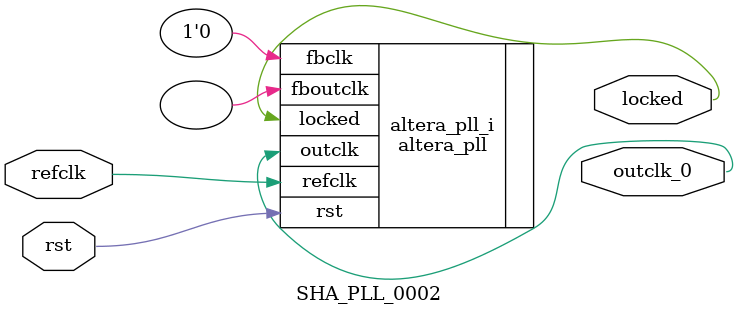
<source format=v>
`timescale 1ns/10ps
module  SHA_PLL_0002(

	// interface 'refclk'
	input wire refclk,

	// interface 'reset'
	input wire rst,

	// interface 'outclk0'
	output wire outclk_0,

	// interface 'locked'
	output wire locked
);

	altera_pll #(
		.fractional_vco_multiplier("false"),
		.reference_clock_frequency("50.0 MHz"),
		.operation_mode("direct"),
		.number_of_clocks(1),
		.output_clock_frequency0("55.000000 MHz"),
		.phase_shift0("0 ps"),
		.duty_cycle0(50),
		.output_clock_frequency1("0 MHz"),
		.phase_shift1("0 ps"),
		.duty_cycle1(50),
		.output_clock_frequency2("0 MHz"),
		.phase_shift2("0 ps"),
		.duty_cycle2(50),
		.output_clock_frequency3("0 MHz"),
		.phase_shift3("0 ps"),
		.duty_cycle3(50),
		.output_clock_frequency4("0 MHz"),
		.phase_shift4("0 ps"),
		.duty_cycle4(50),
		.output_clock_frequency5("0 MHz"),
		.phase_shift5("0 ps"),
		.duty_cycle5(50),
		.output_clock_frequency6("0 MHz"),
		.phase_shift6("0 ps"),
		.duty_cycle6(50),
		.output_clock_frequency7("0 MHz"),
		.phase_shift7("0 ps"),
		.duty_cycle7(50),
		.output_clock_frequency8("0 MHz"),
		.phase_shift8("0 ps"),
		.duty_cycle8(50),
		.output_clock_frequency9("0 MHz"),
		.phase_shift9("0 ps"),
		.duty_cycle9(50),
		.output_clock_frequency10("0 MHz"),
		.phase_shift10("0 ps"),
		.duty_cycle10(50),
		.output_clock_frequency11("0 MHz"),
		.phase_shift11("0 ps"),
		.duty_cycle11(50),
		.output_clock_frequency12("0 MHz"),
		.phase_shift12("0 ps"),
		.duty_cycle12(50),
		.output_clock_frequency13("0 MHz"),
		.phase_shift13("0 ps"),
		.duty_cycle13(50),
		.output_clock_frequency14("0 MHz"),
		.phase_shift14("0 ps"),
		.duty_cycle14(50),
		.output_clock_frequency15("0 MHz"),
		.phase_shift15("0 ps"),
		.duty_cycle15(50),
		.output_clock_frequency16("0 MHz"),
		.phase_shift16("0 ps"),
		.duty_cycle16(50),
		.output_clock_frequency17("0 MHz"),
		.phase_shift17("0 ps"),
		.duty_cycle17(50),
		.pll_type("General"),
		.pll_subtype("General")
	) altera_pll_i (
		.rst	(rst),
		.outclk	({outclk_0}),
		.locked	(locked),
		.fboutclk	( ),
		.fbclk	(1'b0),
		.refclk	(refclk)
	);
endmodule


</source>
